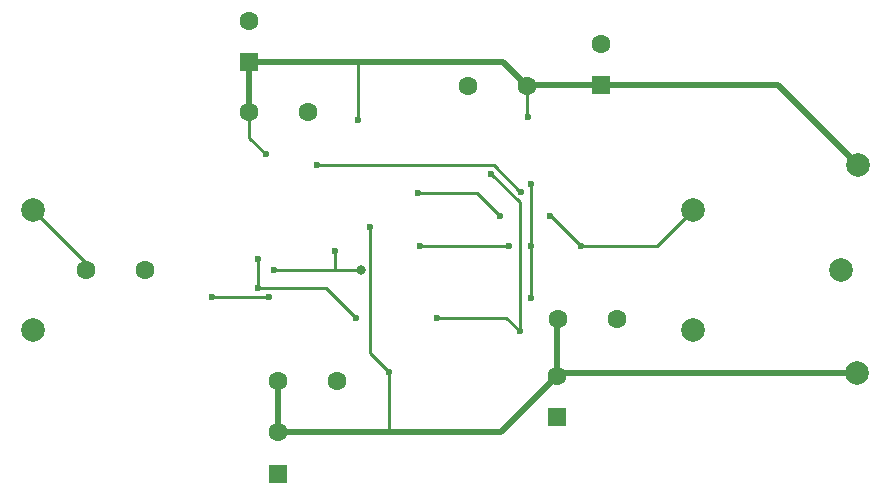
<source format=gbr>
G04 #@! TF.GenerationSoftware,KiCad,Pcbnew,(5.1.10-0-10_14)*
G04 #@! TF.CreationDate,2021-05-20T17:40:10+02:00*
G04 #@! TF.ProjectId,pre-amp-discret,7072652d-616d-4702-9d64-697363726574,rev?*
G04 #@! TF.SameCoordinates,Original*
G04 #@! TF.FileFunction,Copper,L2,Bot*
G04 #@! TF.FilePolarity,Positive*
%FSLAX46Y46*%
G04 Gerber Fmt 4.6, Leading zero omitted, Abs format (unit mm)*
G04 Created by KiCad (PCBNEW (5.1.10-0-10_14)) date 2021-05-20 17:40:10*
%MOMM*%
%LPD*%
G01*
G04 APERTURE LIST*
G04 #@! TA.AperFunction,ComponentPad*
%ADD10C,1.600000*%
G04 #@! TD*
G04 #@! TA.AperFunction,ComponentPad*
%ADD11R,1.600000X1.600000*%
G04 #@! TD*
G04 #@! TA.AperFunction,ComponentPad*
%ADD12C,2.000000*%
G04 #@! TD*
G04 #@! TA.AperFunction,ViaPad*
%ADD13C,0.600000*%
G04 #@! TD*
G04 #@! TA.AperFunction,ViaPad*
%ADD14C,0.800000*%
G04 #@! TD*
G04 #@! TA.AperFunction,Conductor*
%ADD15C,0.250000*%
G04 #@! TD*
G04 #@! TA.AperFunction,Conductor*
%ADD16C,0.500000*%
G04 #@! TD*
G04 APERTURE END LIST*
D10*
X170751500Y-130866000D03*
D11*
X170751500Y-134366000D03*
D12*
X194754500Y-121920000D03*
X196215000Y-113030000D03*
X196088000Y-130619500D03*
D10*
X174434500Y-102735500D03*
D11*
X174434500Y-106235500D03*
D10*
X147129500Y-135636000D03*
D11*
X147129500Y-139136000D03*
D10*
X144653000Y-100767000D03*
D11*
X144653000Y-104267000D03*
D10*
X175815000Y-126047500D03*
X170815000Y-126047500D03*
X168211500Y-106299000D03*
X163211500Y-106299000D03*
X152129500Y-131318000D03*
X147129500Y-131318000D03*
X144669500Y-108521500D03*
X149669500Y-108521500D03*
D12*
X182245000Y-127000000D03*
X182245000Y-116840000D03*
X126365000Y-127000000D03*
X126365000Y-116840000D03*
D10*
X130810000Y-121920000D03*
X135810000Y-121920000D03*
D13*
X146050000Y-112077500D03*
X153860500Y-109220000D03*
X168243500Y-108934500D03*
X156521400Y-130562100D03*
X154876500Y-118237000D03*
X145415000Y-123380500D03*
X145415000Y-120967500D03*
X153670000Y-125920500D03*
X167576500Y-127063500D03*
X160528000Y-125920500D03*
X165163500Y-113728500D03*
X158940500Y-115379500D03*
X165862000Y-117284500D03*
X146748500Y-121920000D03*
X151892000Y-120269000D03*
D14*
X154151500Y-121920000D03*
D13*
X168529000Y-114617500D03*
X168529000Y-124269500D03*
X168529000Y-119888000D03*
X166624000Y-119888000D03*
X159131000Y-119888000D03*
X172783500Y-119888000D03*
X170116500Y-117284500D03*
X146367500Y-124206000D03*
X141541500Y-124206000D03*
X167649999Y-115242501D03*
X150368000Y-113030000D03*
D15*
X168211500Y-106299000D02*
X168211500Y-108902500D01*
X168211500Y-108902500D02*
X168243500Y-108934500D01*
X144669500Y-110697000D02*
X146050000Y-112077500D01*
X144669500Y-108521500D02*
X144669500Y-110697000D01*
D16*
X144653000Y-108505000D02*
X144669500Y-108521500D01*
X144653000Y-104267000D02*
X144653000Y-108505000D01*
X168275000Y-106235500D02*
X168211500Y-106299000D01*
X174434500Y-106235500D02*
X168275000Y-106235500D01*
X168211500Y-106299000D02*
X166179500Y-104267000D01*
D15*
X153860500Y-104330500D02*
X153797000Y-104267000D01*
D16*
X153797000Y-104267000D02*
X144653000Y-104267000D01*
D15*
X153860500Y-109220000D02*
X153860500Y-104330500D01*
D16*
X166179500Y-104267000D02*
X153797000Y-104267000D01*
X189420500Y-106235500D02*
X196215000Y-113030000D01*
X174434500Y-106235500D02*
X189420500Y-106235500D01*
D15*
X130810000Y-121285000D02*
X130810000Y-121920000D01*
X126365000Y-116840000D02*
X130810000Y-121285000D01*
X154876500Y-128917200D02*
X156521400Y-130562100D01*
X154876500Y-118237000D02*
X154876500Y-128917200D01*
D16*
X170751500Y-130866000D02*
X165981500Y-135636000D01*
X147129500Y-135636000D02*
X147129500Y-131318000D01*
D15*
X156521400Y-135502900D02*
X156654500Y-135636000D01*
X156521400Y-130562100D02*
X156521400Y-135502900D01*
D16*
X156654500Y-135636000D02*
X147129500Y-135636000D01*
X165981500Y-135636000D02*
X156654500Y-135636000D01*
X170751500Y-126111000D02*
X170815000Y-126047500D01*
X170751500Y-130866000D02*
X170751500Y-126111000D01*
X170998000Y-130619500D02*
X170751500Y-130866000D01*
X196088000Y-130619500D02*
X170998000Y-130619500D01*
D15*
X145415000Y-123380500D02*
X145415000Y-120967500D01*
X151130000Y-123380500D02*
X153670000Y-125920500D01*
X145415000Y-123380500D02*
X151130000Y-123380500D01*
X166433500Y-125920500D02*
X160528000Y-125920500D01*
X167576500Y-127063500D02*
X166433500Y-125920500D01*
X167576500Y-116141500D02*
X165163500Y-113728500D01*
X167576500Y-127063500D02*
X167576500Y-116141500D01*
X165862000Y-117284500D02*
X163957000Y-115379500D01*
X163957000Y-115379500D02*
X158940500Y-115379500D01*
X151892000Y-120269000D02*
X151892000Y-121920000D01*
X151892000Y-121920000D02*
X152654000Y-121920000D01*
X146748500Y-121920000D02*
X151892000Y-121920000D01*
X154151500Y-121920000D02*
X152654000Y-121920000D01*
X168529000Y-119888000D02*
X168529000Y-124269500D01*
X168529000Y-114617500D02*
X168529000Y-119888000D01*
X166624000Y-119888000D02*
X159131000Y-119888000D01*
X179197000Y-119888000D02*
X182245000Y-116840000D01*
X172783500Y-119888000D02*
X179197000Y-119888000D01*
X170180000Y-117284500D02*
X170116500Y-117284500D01*
X172783500Y-119888000D02*
X170180000Y-117284500D01*
X146367500Y-124206000D02*
X141541500Y-124206000D01*
X167602503Y-115242501D02*
X167649999Y-115242501D01*
X165390002Y-113030000D02*
X167602503Y-115242501D01*
X150368000Y-113030000D02*
X165390002Y-113030000D01*
M02*

</source>
